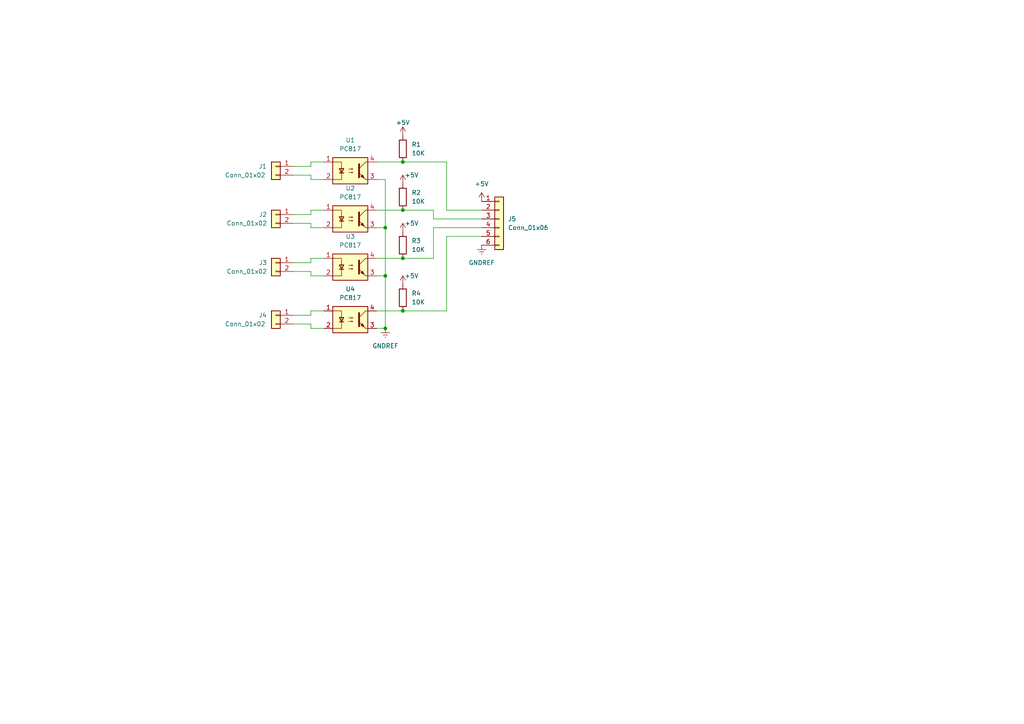
<source format=kicad_sch>
(kicad_sch (version 20211123) (generator eeschema)
  (paper "A4")
  (lib_symbols
    (symbol "Connector_Generic:Conn_01x02" (pin_names (offset 1.016) hide)
      (property "Reference" "J" (at 0 2.54 0))
      (property "Value" "Conn_01x02" (at 0 -5.08 0))
      (symbol "Conn_01x02_1_1"
        (rectangle (start -1.27 -2.413) (end 0 -2.667) (stroke (width 0.1524)))
        (rectangle (start -1.27 0.127) (end 0 -0.127) (stroke (width 0.1524)))
        (rectangle (start -1.27 1.27) (end 1.27 -3.81) (stroke (width 0.254)) (fill (type background)))
        (pin passive line (at -5.08 0 0) (length 3.81) (name "Pin_1") (number "1"))
        (pin passive line (at -5.08 -2.54 0) (length 3.81) (name "Pin_2") (number "2"))
      )
    )
    (symbol "Connector_Generic:Conn_01x06" (pin_names (offset 1.016) hide)
      (property "Reference" "J" (at 0 7.62 0))
      (property "Value" "Conn_01x06" (at 0 -10.16 0))
      (symbol "Conn_01x06_1_1"
        (rectangle (start -1.27 -7.493) (end 0 -7.747) (stroke (width 0.1524)))
        (rectangle (start -1.27 -4.953) (end 0 -5.207) (stroke (width 0.1524)))
        (rectangle (start -1.27 -2.413) (end 0 -2.667) (stroke (width 0.1524)))
        (rectangle (start -1.27 0.127) (end 0 -0.127) (stroke (width 0.1524)))
        (rectangle (start -1.27 2.667) (end 0 2.413) (stroke (width 0.1524)))
        (rectangle (start -1.27 5.207) (end 0 4.953) (stroke (width 0.1524)))
        (rectangle (start -1.27 6.35) (end 1.27 -8.89) (stroke (width 0.254)) (fill (type background)))
        (pin passive line (at -5.08 5.08 0) (length 3.81) (name "Pin_1") (number "1"))
        (pin passive line (at -5.08 2.54 0) (length 3.81) (name "Pin_2") (number "2"))
        (pin passive line (at -5.08 0 0) (length 3.81) (name "Pin_3") (number "3"))
        (pin passive line (at -5.08 -2.54 0) (length 3.81) (name "Pin_4") (number "4"))
        (pin passive line (at -5.08 -5.08 0) (length 3.81) (name "Pin_5") (number "5"))
        (pin passive line (at -5.08 -7.62 0) (length 3.81) (name "Pin_6") (number "6"))
      )
    )
    (symbol "Device:R" (pin_numbers hide) (pin_names (offset 0))
      (property "Reference" "R" (at 2.032 0 90))
      (property "Value" "R" (at 0 0 90))
      (symbol "R_0_1"
        (rectangle (start -1.016 -2.54) (end 1.016 2.54) (stroke (width 0.254)))
      )
      (symbol "R_1_1"
        (pin passive line (at 0 3.81 270) (length 1.27) (name "~") (number "1"))
        (pin passive line (at 0 -3.81 90) (length 1.27) (name "~") (number "2"))
      )
    )
    (symbol "Isolator:PC817" (pin_names (offset 1.016))
      (property "Reference" "U" (at -5.08 5.08 0))
      (property "Value" "PC817" (at 0 5.08 0))
      (symbol "PC817_0_1"
        (rectangle (start -5.08 3.81) (end 5.08 -3.81) (stroke (width 0.254)) (fill (type background)))
        (polyline (pts (xy -3.175 -0.635) (xy -1.905 -0.635)) (stroke (width 0.254)))
        (polyline (pts (xy 2.54 0.635) (xy 4.445 2.54)))
        (polyline (pts (xy 4.445 -2.54) (xy 2.54 -0.635)) (fill (type outline)))
        (polyline (pts (xy 4.445 -2.54) (xy 5.08 -2.54)))
        (polyline (pts (xy 4.445 2.54) (xy 5.08 2.54)))
        (polyline (pts (xy -5.08 2.54) (xy -2.54 2.54) (xy -2.54 -0.635)))
        (polyline (pts (xy -2.54 -0.635) (xy -2.54 -2.54) (xy -5.08 -2.54)))
        (polyline (pts (xy 2.54 1.905) (xy 2.54 -1.905) (xy 2.54 -1.905)) (stroke (width 0.508)))
        (polyline (pts (xy -2.54 -0.635) (xy -3.175 0.635) (xy -1.905 0.635) (xy -2.54 -0.635)) (stroke (width 0.254)))
        (polyline (pts (xy -0.508 -0.508) (xy 0.762 -0.508) (xy 0.381 -0.635) (xy 0.381 -0.381) (xy 0.762 -0.508)))
        (polyline (pts (xy -0.508 0.508) (xy 0.762 0.508) (xy 0.381 0.381) (xy 0.381 0.635) (xy 0.762 0.508)))
        (polyline (pts (xy 3.048 -1.651) (xy 3.556 -1.143) (xy 4.064 -2.159) (xy 3.048 -1.651) (xy 3.048 -1.651)) (fill (type outline)))
      )
      (symbol "PC817_1_1"
        (pin passive line (at -7.62 2.54 0) (length 2.54) (name "~") (number "1"))
        (pin passive line (at -7.62 -2.54 0) (length 2.54) (name "~") (number "2"))
        (pin passive line (at 7.62 -2.54 180) (length 2.54) (name "~") (number "3"))
        (pin passive line (at 7.62 2.54 180) (length 2.54) (name "~") (number "4"))
      )
    )
    (symbol "power:+5V" (power) (pin_names (offset 0))
      (property "Value" "+5V" (at 0 3.556 0))
      (symbol "+5V_0_1"
        (polyline (pts (xy -0.762 1.27) (xy 0 2.54)))
        (polyline (pts (xy 0 0) (xy 0 2.54)))
        (polyline (pts (xy 0 2.54) (xy 0.762 1.27)))
      )
      (symbol "+5V_1_1"
        (pin power_in line (at 0 0 90) (length 0) hide (name "+5V") (number "1"))
      )
    )
    (symbol "power:GNDREF" (power) (pin_names (offset 0))
      (property "Value" "GNDREF" (at 0 -3.81 0))
      (symbol "GNDREF_0_1"
        (polyline (pts (xy -0.635 -1.905) (xy 0.635 -1.905)))
        (polyline (pts (xy -0.127 -2.54) (xy 0.127 -2.54)))
        (polyline (pts (xy 0 -1.27) (xy 0 0)))
        (polyline (pts (xy 1.27 -1.27) (xy -1.27 -1.27)))
      )
      (symbol "GNDREF_1_1"
        (pin power_in line (at 0 0 270) (length 0) hide (name "GNDREF") (number "1"))
      )
    )
  )
  (junction (at 111.76 80.01))
  (junction (at 116.84 74.93))
  (junction (at 116.84 60.96))
  (junction (at 116.84 90.17))
  (junction (at 111.76 66.04))
  (junction (at 111.76 95.25))
  (junction (at 116.84 46.99))
  (wire (pts (xy 116.84 74.93) (xy 109.22 74.93)))
  (wire (pts (xy 90.17 62.23) (xy 90.17 60.96)))
  (wire (pts (xy 111.76 52.07) (xy 111.76 66.04)))
  (wire (pts (xy 139.7 68.58) (xy 129.54 68.58)))
  (wire (pts (xy 90.17 95.25) (xy 93.98 95.25)))
  (wire (pts (xy 90.17 78.74) (xy 90.17 80.01)))
  (wire (pts (xy 109.22 80.01) (xy 111.76 80.01)))
  (wire (pts (xy 109.22 52.07) (xy 111.76 52.07)))
  (wire (pts (xy 125.73 66.04) (xy 125.73 74.93)))
  (wire (pts (xy 90.17 80.01) (xy 93.98 80.01)))
  (wire (pts (xy 90.17 66.04) (xy 93.98 66.04)))
  (wire (pts (xy 85.09 48.26) (xy 90.17 48.26)))
  (wire (pts (xy 125.73 74.93) (xy 116.84 74.93)))
  (wire (pts (xy 125.73 60.96) (xy 125.73 63.5)))
  (wire (pts (xy 90.17 74.93) (xy 93.98 74.93)))
  (wire (pts (xy 90.17 48.26) (xy 90.17 46.99)))
  (wire (pts (xy 129.54 68.58) (xy 129.54 90.17)))
  (wire (pts (xy 111.76 66.04) (xy 111.76 80.01)))
  (wire (pts (xy 109.22 60.96) (xy 116.84 60.96)))
  (wire (pts (xy 125.73 60.96) (xy 116.84 60.96)))
  (wire (pts (xy 85.09 76.2) (xy 90.17 76.2)))
  (wire (pts (xy 90.17 52.07) (xy 93.98 52.07)))
  (wire (pts (xy 90.17 64.77) (xy 90.17 66.04)))
  (wire (pts (xy 90.17 76.2) (xy 90.17 74.93)))
  (wire (pts (xy 90.17 46.99) (xy 93.98 46.99)))
  (wire (pts (xy 90.17 91.44) (xy 90.17 90.17)))
  (wire (pts (xy 85.09 91.44) (xy 90.17 91.44)))
  (wire (pts (xy 129.54 46.99) (xy 116.84 46.99)))
  (wire (pts (xy 90.17 93.98) (xy 90.17 95.25)))
  (wire (pts (xy 90.17 60.96) (xy 93.98 60.96)))
  (wire (pts (xy 111.76 80.01) (xy 111.76 95.25)))
  (wire (pts (xy 109.22 46.99) (xy 116.84 46.99)))
  (wire (pts (xy 129.54 90.17) (xy 116.84 90.17)))
  (wire (pts (xy 129.54 60.96) (xy 129.54 46.99)))
  (wire (pts (xy 90.17 50.8) (xy 90.17 52.07)))
  (wire (pts (xy 109.22 95.25) (xy 111.76 95.25)))
  (wire (pts (xy 109.22 66.04) (xy 111.76 66.04)))
  (wire (pts (xy 139.7 66.04) (xy 125.73 66.04)))
  (wire (pts (xy 139.7 63.5) (xy 125.73 63.5)))
  (wire (pts (xy 90.17 90.17) (xy 93.98 90.17)))
  (wire (pts (xy 85.09 93.98) (xy 90.17 93.98)))
  (wire (pts (xy 116.84 90.17) (xy 109.22 90.17)))
  (wire (pts (xy 85.09 78.74) (xy 90.17 78.74)))
  (wire (pts (xy 85.09 50.8) (xy 90.17 50.8)))
  (wire (pts (xy 85.09 64.77) (xy 90.17 64.77)))
  (wire (pts (xy 85.09 62.23) (xy 90.17 62.23)))
  (wire (pts (xy 139.7 60.96) (xy 129.54 60.96)))
  (symbol (lib_id "Connector_Generic:Conn_01x02") (at 80.01 76.2 0) (mirror y) (unit 1)
    (property "Reference" "J3" (at 77.47 76.1999 0) (effects (justify left)))
    (property "Value" "Conn_01x02" (at 77.47 78.7399 0) (effects (justify left)))
    (property "Footprint" "Connector_JST:JST_XH_B2B-XH-A_1x02_P2.50mm_Vertical" (effects hide))
  )
  (symbol (lib_id "power:+5V") (at 116.84 67.31 0) (unit 1)
    (property "Reference" "#PWR0109" (effects hide))
    (property "Value" "+5V" (at 119.38 64.77 0))
  )
  (symbol (lib_id "power:GNDREF") (at 111.76 95.25 0) (unit 1)
    (property "Reference" "#PWR0103" (effects hide))
    (property "Value" "GNDREF" (at 111.76 100.33 0))
  )
  (symbol (lib_id "Isolator:PC817") (at 101.6 49.53 0) (unit 1)
    (property "Reference" "U1" (at 101.6 40.64 0))
    (property "Value" "PC817" (at 101.6 43.18 0))
    (property "Footprint" "Package_DIP:DIP-4_W7.62mm" (effects hide))
    (property "Datasheet" "http://www.soselectronic.cz/a_info/resource/d/pc817.pdf" (effects hide))
  )
  (symbol (lib_id "Device:R") (at 116.84 57.15 0) (unit 1)
    (property "Reference" "R2" (at 119.38 55.8799 0) (effects (justify left)))
    (property "Value" "10K" (at 119.38 58.4199 0) (effects (justify left)))
    (property "Footprint" "Resistor_THT:R_Axial_DIN0207_L6.3mm_D2.5mm_P10.16mm_Horizontal" (effects hide))
  )
  (symbol (lib_id "Device:R") (at 116.84 86.36 0) (unit 1)
    (property "Reference" "R4" (at 119.38 85.0899 0) (effects (justify left)))
    (property "Value" "10K" (at 119.38 87.6299 0) (effects (justify left)))
    (property "Footprint" "Resistor_THT:R_Axial_DIN0207_L6.3mm_D2.5mm_P10.16mm_Horizontal" (effects hide))
  )
  (symbol (lib_id "Isolator:PC817") (at 101.6 92.71 0) (unit 1)
    (property "Reference" "U4" (at 101.6 83.82 0))
    (property "Value" "PC817" (at 101.6 86.36 0))
    (property "Footprint" "Package_DIP:DIP-4_W7.62mm" (effects hide))
    (property "Datasheet" "http://www.soselectronic.cz/a_info/resource/d/pc817.pdf" (effects hide))
  )
  (symbol (lib_id "power:+5V") (at 116.84 82.55 0) (unit 1)
    (property "Reference" "#PWR0105" (effects hide))
    (property "Value" "+5V" (at 119.38 80.01 0))
  )
  (symbol (lib_id "Connector_Generic:Conn_01x02") (at 80.01 48.26 0) (mirror y) (unit 1)
    (property "Reference" "J1" (at 76.2 48.26 0))
    (property "Value" "Conn_01x02" (at 71.12 50.8 0))
    (property "Footprint" "Connector_JST:JST_XH_B2B-XH-A_1x02_P2.50mm_Vertical" (effects hide))
  )
  (symbol (lib_id "Connector_Generic:Conn_01x02") (at 80.01 62.23 0) (mirror y) (unit 1)
    (property "Reference" "J2" (at 77.47 62.2299 0) (effects (justify left)))
    (property "Value" "Conn_01x02" (at 77.47 64.7699 0) (effects (justify left)))
    (property "Footprint" "Connector_JST:JST_XH_B2B-XH-A_1x02_P2.50mm_Vertical" (effects hide))
  )
  (symbol (lib_id "Connector_Generic:Conn_01x06") (at 144.78 63.5 0) (unit 1)
    (property "Reference" "J5" (at 147.32 63.4999 0) (effects (justify left)))
    (property "Value" "Conn_01x06" (at 147.32 66.0399 0) (effects (justify left)))
    (property "Footprint" "Connector_JST:JST_XH_B6B-XH-A_1x06_P2.50mm_Vertical" (effects hide))
  )
  (symbol (lib_id "Device:R") (at 116.84 71.12 0) (unit 1)
    (property "Reference" "R3" (at 119.38 69.8499 0) (effects (justify left)))
    (property "Value" "10K" (at 119.38 72.3899 0) (effects (justify left)))
    (property "Footprint" "Resistor_THT:R_Axial_DIN0207_L6.3mm_D2.5mm_P10.16mm_Horizontal" (effects hide))
  )
  (symbol (lib_id "power:+5V") (at 116.84 39.37 0) (unit 1)
    (property "Reference" "#PWR0110" (effects hide))
    (property "Value" "+5V" (at 116.84 35.56 0))
  )
  (symbol (lib_id "power:GNDREF") (at 139.7 71.12 0) (unit 1)
    (property "Reference" "#PWR0106" (effects hide))
    (property "Value" "GNDREF" (at 139.7 76.2 0))
  )
  (symbol (lib_id "power:+5V") (at 116.84 53.34 0) (unit 1)
    (property "Reference" "#PWR0108" (effects hide))
    (property "Value" "+5V" (at 119.38 50.8 0))
  )
  (symbol (lib_id "Device:R") (at 116.84 43.18 0) (unit 1)
    (property "Reference" "R1" (at 119.38 41.9099 0) (effects (justify left)))
    (property "Value" "10K" (at 119.38 44.4499 0) (effects (justify left)))
    (property "Footprint" "Resistor_THT:R_Axial_DIN0207_L6.3mm_D2.5mm_P10.16mm_Horizontal" (effects hide))
  )
  (symbol (lib_id "Connector_Generic:Conn_01x02") (at 80.01 91.44 0) (mirror y) (unit 1)
    (property "Reference" "J4" (at 76.2 91.44 0))
    (property "Value" "Conn_01x02" (at 71.12 93.98 0))
    (property "Footprint" "Connector_JST:JST_XH_B2B-XH-A_1x02_P2.50mm_Vertical" (effects hide))
  )
  (symbol (lib_id "Isolator:PC817") (at 101.6 63.5 0) (unit 1)
    (property "Reference" "U2" (at 101.6 54.61 0))
    (property "Value" "PC817" (at 101.6 57.15 0))
    (property "Footprint" "Package_DIP:DIP-4_W7.62mm" (effects hide))
    (property "Datasheet" "http://www.soselectronic.cz/a_info/resource/d/pc817.pdf" (effects hide))
  )
  (symbol (lib_id "power:+5V") (at 139.7 58.42 0) (unit 1)
    (property "Reference" "#PWR0107" (effects hide))
    (property "Value" "+5V" (at 139.7 53.34 0))
  )
  (symbol (lib_id "Isolator:PC817") (at 101.6 77.47 0) (unit 1)
    (property "Reference" "U3" (at 101.6 68.58 0))
    (property "Value" "PC817" (at 101.6 71.12 0))
    (property "Footprint" "Package_DIP:DIP-4_W7.62mm" (effects hide))
    (property "Datasheet" "http://www.soselectronic.cz/a_info/resource/d/pc817.pdf" (effects hide))
  )
)
</source>
